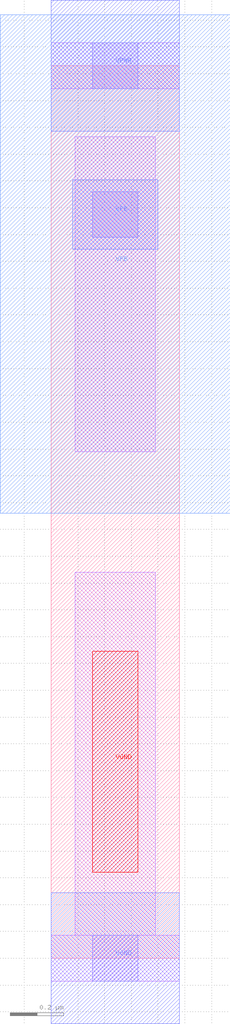
<source format=lef>
# Copyright 2020 The SkyWater PDK Authors
#
# Licensed under the Apache License, Version 2.0 (the "License");
# you may not use this file except in compliance with the License.
# You may obtain a copy of the License at
#
#     https://www.apache.org/licenses/LICENSE-2.0
#
# Unless required by applicable law or agreed to in writing, software
# distributed under the License is distributed on an "AS IS" BASIS,
# WITHOUT WARRANTIES OR CONDITIONS OF ANY KIND, either express or implied.
# See the License for the specific language governing permissions and
# limitations under the License.
#
# SPDX-License-Identifier: Apache-2.0

VERSION 5.7 ;
  NOWIREEXTENSIONATPIN ON ;
  DIVIDERCHAR "/" ;
  BUSBITCHARS "[]" ;
MACRO sky130_fd_sc_ms__tapvgnd_1
  CLASS CORE WELLTAP ;
  FOREIGN sky130_fd_sc_ms__tapvgnd_1 ;
  ORIGIN  0.000000  0.000000 ;
  SIZE  0.480000 BY  3.330000 ;
  SYMMETRY X Y ;
  SITE unit ;
  PIN VGND
    DIRECTION INOUT ;
    USE GROUND ;
    PORT
      LAYER met1 ;
        RECT 0.000000 -0.245000 0.480000 0.245000 ;
      LAYER pwell ;
        RECT 0.155000 0.320000 0.325000 1.145000 ;
    END
  END VGND
  PIN VPB
    DIRECTION INOUT ;
    USE POWER ;
    PORT
      LAYER met1 ;
        RECT 0.080000 2.645000 0.400000 2.905000 ;
      LAYER nwell ;
        RECT -0.190000 1.660000 0.670000 3.520000 ;
    END
  END VPB
  PIN VPWR
    DIRECTION INOUT ;
    USE POWER ;
    PORT
      LAYER met1 ;
        RECT 0.000000 3.085000 0.480000 3.575000 ;
    END
  END VPWR
  OBS
    LAYER li1 ;
      RECT 0.000000 -0.085000 0.480000 0.085000 ;
      RECT 0.000000  3.245000 0.480000 3.415000 ;
      RECT 0.090000  0.085000 0.390000 1.440000 ;
      RECT 0.090000  1.890000 0.390000 3.065000 ;
    LAYER mcon ;
      RECT 0.155000 -0.085000 0.325000 0.085000 ;
      RECT 0.155000  2.690000 0.325000 2.860000 ;
      RECT 0.155000  3.245000 0.325000 3.415000 ;
  END
END sky130_fd_sc_ms__tapvgnd_1
END LIBRARY

</source>
